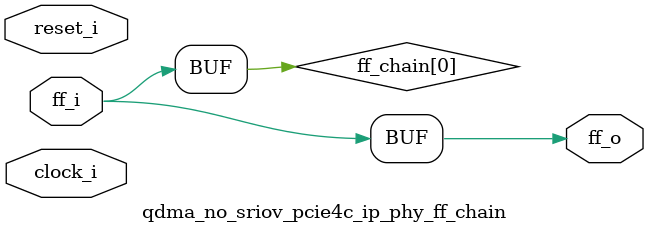
<source format=v>
/*****************************************************************************
** Description:
**    Flop Chain
**
******************************************************************************/

`timescale 1ps/1ps

`define AS_PHYREG(clk, reset, q, d, rstval)  \
   always @(posedge clk or posedge reset) begin \
      if (reset) \
         q  <= #(TCQ)   rstval;  \
      else  \
         q  <= #(TCQ)   d; \
   end

`define PHYREG(clk, reset, q, d, rstval)  \
   always @(posedge clk) begin \
      if (reset) \
         q  <= #(TCQ)   rstval;  \
      else  \
         q  <= #(TCQ)   d; \
   end

(* DowngradeIPIdentifiedWarnings = "yes" *)
module qdma_no_sriov_pcie4c_ip_phy_ff_chain #(
   // Parameters
   parameter integer PIPELINE_STAGES   = 0,        // 0 = no pipeline; 1 = 1 stage; 2 = 2 stages; 3 = 3 stages
   parameter         ASYNC             = "FALSE",
   parameter integer FF_WIDTH          = 1,
   parameter integer RST_VAL           = 0,
   parameter integer TCQ               = 1
)  (   
   input  wire                         clock_i,          
   input  wire                         reset_i,           
   input  wire [FF_WIDTH-1:0]          ff_i,            
   output wire [FF_WIDTH-1:0]          ff_o        
   );

   genvar   var_i;

   reg   [FF_WIDTH-1:0]          ff_chain [PIPELINE_STAGES:0];

   always @(*) ff_chain[0] = ff_i;

generate
   if (PIPELINE_STAGES > 0) begin:  with_ff_chain
      for (var_i = 0; var_i < PIPELINE_STAGES; var_i = var_i + 1) begin: ff_chain_gen
         if (ASYNC == "TRUE") begin: async_rst
            `AS_PHYREG(clock_i, reset_i, ff_chain[var_i+1], ff_chain[var_i], RST_VAL)
         end else begin: sync_rst
            `PHYREG(clock_i, reset_i, ff_chain[var_i+1], ff_chain[var_i], RST_VAL)
         end
      end
   end
endgenerate

   assign ff_o = ff_chain[PIPELINE_STAGES];

endmodule

</source>
